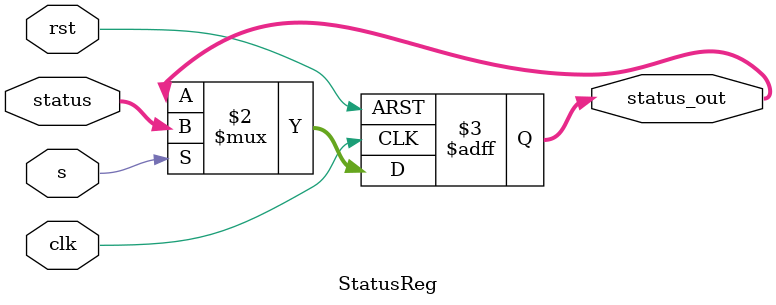
<source format=v>
module StatusReg (
    clk,
    rst,
    s,
    status,
    status_out
);
    input clk, rst, s;
    input [3:0] status;

    output reg [3:0] status_out;

    always @(posedge clk, posedge rst) begin
        if (rst) begin
            status_out <= 4'd0;
        end
        else begin
            status_out <= (s) ? status : status_out;
        end
    end
endmodule
</source>
